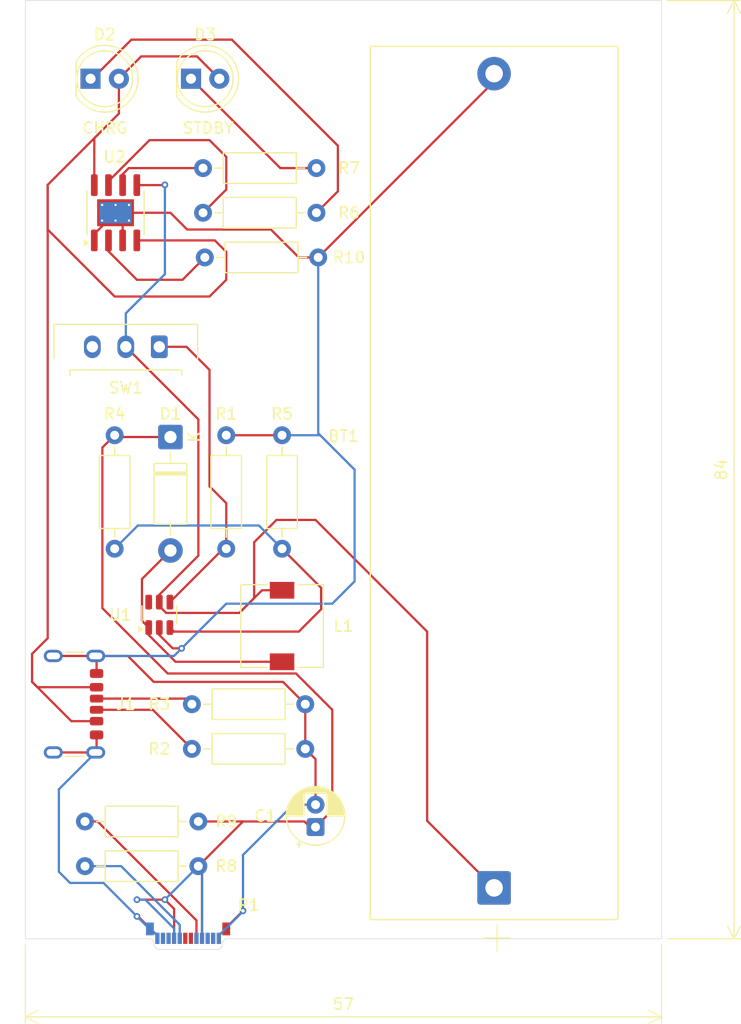
<source format=kicad_pcb>
(kicad_pcb (version 20241229) (generator "pcbnew") (generator_version "9.0")
  (layers (0 "F.Cu" signal) (2 "B.Cu" signal) (13 "F.Paste" user) (15 "B.Paste" user) (5 "F.SilkS" user "F.Silkscreen") (7 "B.SilkS" user "B.Silkscreen") (1 "F.Mask" user) (3 "B.Mask" user) (25 "Edge.Cuts" user))
  (net 0 "")
  (net 1 "Vbat")
  (net 2 "GND")
  (net 3 "+5V")
  (net 4 "Net-(D1-A)")
  (net 5 "Net-(D2-K)")
  (net 6 "Vusb")
  (net 7 "Net-(D3-K)")
  (net 8 "Net-(J1-CC2)")
  (net 9 "Net-(J1-CC1)")
  (net 10 "Net-(P1-VCONN)")
  (net 11 "Net-(P1-CC)")
  (net 24 "Net-(SW1-A)")
  (net 25 "Net-(U1-FB)")
  (net 26 "Net-(U2-~{CHRG})")
  (net 27 "Net-(U2-~{STDBY})")
  (net 28 "Net-(U2-PROG)")
  (footprint "Battery:BatteryHolder_MPD_BK-18650-PC2" (layer "F.Cu") (at 174.2 126.25 90)
    (property "Reference" "BT1" (at 40.445 -13.5 0) (layer "F.SilkS"))
    (property "Value" "3.7V")
    (fp_line (start 75.34 -11.1) (end 75.34 11.1) (stroke (width 0.12)) (layer "F.SilkS"))
    (fp_line (start -2.84 -11.1) (end 75.34 -11.1) (stroke (width 0.12)) (layer "F.SilkS"))
    (fp_line (start 75.34 11.1) (end -2.84 11.1) (stroke (width 0.12)) (layer "F.SilkS"))
    (fp_line (start -2.84 11.1) (end -2.84 -11.1) (stroke (width 0.12)) (layer "F.SilkS"))
    (fp_text user "+" (at -4.5 0.05 90) (layer "F.SilkS") (effects (font (size 3 3))))
    (pad "" np_thru_hole circle (at 8.445 0 90) (size 3.2 3.2) (drill 3.2) (layers "*.Cu" "*.Mask"))
    (pad "" np_thru_hole circle (at 64.055 0 90) (size 3.2 3.2) (drill 3.2) (layers "*.Cu" "*.Mask"))
    (pad "1" thru_hole roundrect (at 0 0 90) (size 3 3) (drill 1.57) (layers "*.Cu" "*.Mask") (roundrect_rratio 0.083333) (net 1 "Vbat"))
    (pad "2" thru_hole circle (at 72.9 0 90) (size 3 3) (drill 1.57) (layers "*.Cu" "*.Mask") (net 2 "GND"))
  )
  (footprint "Resistor_THT:R_Axial_DIN0207_L6.3mm_D2.5mm_P10.16mm_Horizontal" (layer "F.Cu") (at 147.7 124.305 180)
    (property "Reference" "R8" (at -2.5 0 0) (layer "F.SilkS"))
    (property "Value" "11k")
    (fp_line (start 9.12 0) (end 8.35 0) (stroke (width 0.12)) (layer "F.SilkS"))
    (fp_line (start 1.04 0) (end 1.81 0) (stroke (width 0.12)) (layer "F.SilkS"))
    (fp_rect (start 1.81 -1.37) (end 8.35 1.37) (stroke (width 0.12)) (fill no) (layer "F.SilkS"))
    (pad "1" thru_hole circle (at 0 0 180) (size 1.6 1.6) (drill 0.8) (layers "*.Cu" "*.Mask") (net 3 "+5V"))
    (pad "2" thru_hole circle (at 10.16 0 180) (size 1.6 1.6) (drill 0.8) (layers "*.Cu" "*.Mask") (net 10 "Net-(P1-VCONN)"))
  )
  (footprint "Inductor_SMD:L_7.3x7.3_H3.5" (layer "F.Cu") (at 155.2 102.805 -90)
    (property "Reference" "L1" (at 0 -5.5 0) (layer "F.SilkS"))
    (property "Value" "10u")
    (fp_line (start -3.7 3.7) (end -3.7 1.4) (stroke (width 0.12)) (layer "F.SilkS"))
    (fp_line (start 3.7 3.7) (end -3.7 3.7) (stroke (width 0.12)) (layer "F.SilkS"))
    (fp_line (start 3.7 1.4) (end 3.7 3.7) (stroke (width 0.12)) (layer "F.SilkS"))
    (fp_line (start -3.7 -1.4) (end -3.7 -3.7) (stroke (width 0.12)) (layer "F.SilkS"))
    (fp_line (start -3.7 -3.7) (end 3.7 -3.7) (stroke (width 0.12)) (layer "F.SilkS"))
    (fp_line (start 3.7 -3.7) (end 3.7 -1.4) (stroke (width 0.12)) (layer "F.SilkS"))
    (pad "1" smd rect (at -3.2 0 270) (size 1.5 2.2) (layers "F.Cu" "F.Mask" "F.Paste") (net 1 "Vbat"))
    (pad "2" smd rect (at 3.2 0 270) (size 1.5 2.2) (layers "F.Cu" "F.Mask" "F.Paste") (net 4 "Net-(D1-A)"))
  )
  (footprint "Resistor_THT:R_Axial_DIN0207_L6.3mm_D2.5mm_P10.16mm_Horizontal" (layer "F.Cu") (at 147.7 120.305 180)
    (property "Reference" "R9" (at -2.5 0 0) (layer "F.SilkS"))
    (property "Value" "11k")
    (fp_line (start 9.12 0) (end 8.35 0) (stroke (width 0.12)) (layer "F.SilkS"))
    (fp_line (start 1.04 0) (end 1.81 0) (stroke (width 0.12)) (layer "F.SilkS"))
    (fp_rect (start 1.81 -1.37) (end 8.35 1.37) (stroke (width 0.12)) (fill no) (layer "F.SilkS"))
    (pad "1" thru_hole circle (at 0 0 180) (size 1.6 1.6) (drill 0.8) (layers "*.Cu" "*.Mask") (net 3 "+5V"))
    (pad "2" thru_hole circle (at 10.16 0 180) (size 1.6 1.6) (drill 0.8) (layers "*.Cu" "*.Mask") (net 11 "Net-(P1-CC)"))
  )
  (footprint "LED_THT:LED_D5.0mm" (layer "F.Cu") (at 147.04 53.805)
    (property "Reference" "D3" (at 1.27 -3.96 0) (layer "F.SilkS"))
    (property "Value" "Standby")
    (fp_line (start -1.29 -1.545) (end -1.29 1.545) (stroke (width 0.12)) (layer "F.SilkS"))
    (fp_arc (start -1.29 -1.54483) (mid 2.071779 -2.880495) (end 4.26 0) (stroke (width 0.12)) (layer "F.SilkS"))
    (fp_arc (start 4.26 0) (mid 2.071779 2.880495) (end -1.29 1.54483) (stroke (width 0.12)) (layer "F.SilkS"))
    (fp_circle (center 1.27 0) (end 3.77 0) (stroke (width 0.12)) (fill no) (layer "F.SilkS"))
    (pad "1" thru_hole rect (at 0 0) (size 1.8 1.8) (drill 0.9) (layers "*.Cu" "*.Mask") (net 7 "Net-(D3-K)"))
    (pad "2" thru_hole circle (at 2.54 0) (size 1.8 1.8) (drill 0.9) (layers "*.Cu" "*.Mask") (net 6 "Vusb"))
  )
  (footprint "Resistor_THT:R_Axial_DIN0207_L6.3mm_D2.5mm_P10.16mm_Horizontal" (layer "F.Cu") (at 150.2 95.885 90)
    (property "Reference" "R1" (at 12.08 0 0) (layer "F.SilkS"))
    (property "Value" "11k")
    (fp_line (start 9.12 0) (end 8.35 0) (stroke (width 0.12)) (layer "F.SilkS"))
    (fp_line (start 1.04 0) (end 1.81 0) (stroke (width 0.12)) (layer "F.SilkS"))
    (fp_rect (start 1.81 -1.37) (end 8.35 1.37) (stroke (width 0.12)) (fill no) (layer "F.SilkS"))
    (pad "1" thru_hole circle (at 0 0 90) (size 1.6 1.6) (drill 0.8) (layers "*.Cu" "*.Mask") (net 24 "Net-(SW1-A)"))
    (pad "2" thru_hole circle (at 10.16 0 90) (size 1.6 1.6) (drill 0.8) (layers "*.Cu" "*.Mask") (net 2 "GND"))
  )
  (footprint "Resistor_THT:R_Axial_DIN0207_L6.3mm_D2.5mm_P10.16mm_Horizontal" (layer "F.Cu") (at 140.2 85.725 -90)
    (property "Reference" "R4" (at -1.92 0 0) (layer "F.SilkS"))
    (property "Value" "11k")
    (fp_line (start 1.04 0) (end 1.81 0) (stroke (width 0.12)) (layer "F.SilkS"))
    (fp_line (start 9.12 0) (end 8.35 0) (stroke (width 0.12)) (layer "F.SilkS"))
    (fp_rect (start 1.81 -1.37) (end 8.35 1.37) (stroke (width 0.12)) (fill no) (layer "F.SilkS"))
    (pad "1" thru_hole circle (at 0 0 270) (size 1.6 1.6) (drill 0.8) (layers "*.Cu" "*.Mask") (net 3 "+5V"))
    (pad "2" thru_hole circle (at 10.16 0 270) (size 1.6 1.6) (drill 0.8) (layers "*.Cu" "*.Mask") (net 25 "Net-(U1-FB)"))
  )
  (footprint "Resistor_THT:R_Axial_DIN0207_L6.3mm_D2.5mm_P10.16mm_Horizontal" (layer "F.Cu") (at 155.2 95.885 90)
    (property "Reference" "R5" (at 12.08 0 0) (layer "F.SilkS"))
    (property "Value" "1.5k")
    (fp_line (start 9.12 0) (end 8.35 0) (stroke (width 0.12)) (layer "F.SilkS"))
    (fp_line (start 1.04 0) (end 1.81 0) (stroke (width 0.12)) (layer "F.SilkS"))
    (fp_rect (start 1.81 -1.37) (end 8.35 1.37) (stroke (width 0.12)) (fill no) (layer "F.SilkS"))
    (pad "1" thru_hole circle (at 0 0 90) (size 1.6 1.6) (drill 0.8) (layers "*.Cu" "*.Mask") (net 25 "Net-(U1-FB)"))
    (pad "2" thru_hole circle (at 10.16 0 90) (size 1.6 1.6) (drill 0.8) (layers "*.Cu" "*.Mask") (net 2 "GND"))
  )
  (footprint "Connector_USB:USB_C_Receptacle_GCT_USB4125-xx-x-0190_6P_TopMnt_Horizontal" (layer "F.Cu") (at 135.5 109.805 -90)
    (property "Reference" "J1" (at 0 -5.7 0) (layer "F.SilkS"))
    (property "Value" "USB_C_Receptacle_PowerOnly_6P")
    (fp_line (start -4.67 -0.25) (end -4.67 -1.95) (stroke (width 0.12)) (layer "F.SilkS"))
    (fp_line (start 4.67 -0.25) (end 4.67 -1.95) (stroke (width 0.12)) (layer "F.SilkS"))
    (pad "A5" smd roundrect (at -0.5 -3.08 270) (size 0.7 1.2) (layers "F.Cu" "F.Mask" "F.Paste") (net 9 "Net-(J1-CC1)"))
    (pad "A9" smd roundrect (at 1.52 -3.08 90) (size 0.76 1.2) (layers "F.Cu" "F.Mask" "F.Paste") (net 6 "Vusb"))
    (pad "A12" smd roundrect (at 2.75 -3.08 90) (size 0.8 1.2) (layers "F.Cu" "F.Mask" "F.Paste") (net 2 "GND"))
    (pad "B5" smd roundrect (at 0.5 -3.08 90) (size 0.7 1.2) (layers "F.Cu" "F.Mask" "F.Paste") (net 8 "Net-(J1-CC2)"))
    (pad "B9" smd roundrect (at -1.52 -3.08 270) (size 0.76 1.2) (layers "F.Cu" "F.Mask" "F.Paste") (net 6 "Vusb"))
    (pad "B12" smd roundrect (at -2.75 -3.08 270) (size 0.8 1.2) (layers "F.Cu" "F.Mask" "F.Paste") (net 2 "GND"))
    (pad "S1" thru_hole oval (at -4.32 -3 270) (size 1.1 1.7) (drill oval 0.6 1.2) (property pad_prop_heatsink) (layers "*.Cu" "*.Mask" "F.Paste") (net 2 "GND"))
    (pad "S1" thru_hole oval (at -4.32 0.8 270) (size 1.1 1.7) (drill oval 0.6 1.2) (property pad_prop_heatsink) (layers "*.Cu" "*.Mask" "F.Paste") (net 2 "GND"))
    (pad "S1" thru_hole oval (at 4.32 -3 270) (size 1.1 1.7) (drill oval 0.6 1.2) (property pad_prop_heatsink) (layers "*.Cu" "*.Mask" "F.Paste") (net 2 "GND"))
    (pad "S1" thru_hole oval (at 4.32 0.8 270) (size 1.1 1.7) (drill oval 0.6 1.2) (property pad_prop_heatsink) (layers "*.Cu" "*.Mask" "F.Paste") (net 2 "GND"))
  )
  (footprint "Connector_Molex:Molex_Micro-Fit_3.0_43650-0315_1x03_P3.00mm_Vertical" (layer "F.Cu") (at 144.2 77.805 180)
    (property "Reference" "SW1" (at 3 -3.67 0) (layer "F.SilkS"))
    (property "Value" "SW_SPDT")
    (fp_line (start 9.435 2.01) (end 9.435 -1.065) (stroke (width 0.12)) (layer "F.SilkS"))
    (fp_line (start 8.015 -2.08) (end 8.015 -2.58) (stroke (width 0.12)) (layer "F.SilkS"))
    (fp_line (start 8.015 -2.58) (end 7.995 -2.58) (stroke (width 0.12)) (layer "F.SilkS"))
    (fp_line (start -1.995 -2.58) (end -2.015 -2.58) (stroke (width 0.12)) (layer "F.SilkS"))
    (fp_line (start -2.015 -2.08) (end 8.015 -2.08) (stroke (width 0.12)) (layer "F.SilkS"))
    (fp_line (start -2.015 -2.58) (end -2.015 -2.08) (stroke (width 0.12)) (layer "F.SilkS"))
    (fp_line (start -3.435 2.01) (end 9.435 2.01) (stroke (width 0.12)) (layer "F.SilkS"))
    (fp_line (start -3.435 -1.065) (end -3.435 2.01) (stroke (width 0.12)) (layer "F.SilkS"))
    (pad "" np_thru_hole circle (at -3 -1.96 180) (size 1.27 1.27) (drill 1.27) (layers "*.Cu" "*.Mask"))
    (pad "" np_thru_hole circle (at 9 -1.96 180) (size 1.27 1.27) (drill 1.27) (layers "*.Cu" "*.Mask"))
    (pad "1" thru_hole roundrect (at 0 0 180) (size 1.5 2.02) (drill 1.02) (layers "*.Cu" "*.Mask") (roundrect_rratio 0.166667) (net 24 "Net-(SW1-A)"))
    (pad "2" thru_hole oval (at 3 0 180) (size 1.5 2.02) (drill 1.02) (layers "*.Cu" "*.Mask") (net 1 "Vbat"))
    (pad "3" thru_hole oval (at 6 0 180) (size 1.5 2.02) (drill 1.02) (layers "*.Cu" "*.Mask"))
  )
  (footprint "Package_SO:SOIC-8-1EP_3.9x4.9mm_P1.27mm_EP2.41x3.3mm_ThermalVias" (layer "F.Cu") (at 140.28 65.805 90)
    (property "Reference" "U2" (at 5 -0.08 0) (layer "F.SilkS"))
    (property "Value" "TP4056-42-ESOP8")
    (fp_line (start 0 -2.56) (end 1.95 -2.56) (stroke (width 0.12)) (layer "F.SilkS"))
    (fp_line (start 0 -2.56) (end -1.95 -2.56) (stroke (width 0.12)) (layer "F.SilkS"))
    (fp_line (start 0 2.56) (end 1.95 2.56) (stroke (width 0.12)) (layer "F.SilkS"))
    (fp_line (start 0 2.56) (end -1.95 2.56) (stroke (width 0.12)) (layer "F.SilkS"))
    (fp_poly (pts (xy -2.7 -2.465) (xy -2.94 -2.795) (xy -2.46 -2.795)) (stroke (width 0.12)) (fill yes) (layer "F.SilkS"))
    (pad "1" smd roundrect (at -2.475 -1.905 90) (size 1.95 0.6) (layers "F.Cu" "F.Mask" "F.Paste") (net 2 "GND"))
    (pad "2" smd roundrect (at -2.475 -0.635 90) (size 1.95 0.6) (layers "F.Cu" "F.Mask" "F.Paste") (net 28 "Net-(U2-PROG)"))
    (pad "3" smd roundrect (at -2.475 0.635 90) (size 1.95 0.6) (layers "F.Cu" "F.Mask" "F.Paste") (net 2 "GND"))
    (pad "4" smd roundrect (at -2.475 1.905 90) (size 1.95 0.6) (layers "F.Cu" "F.Mask" "F.Paste") (net 6 "Vusb"))
    (pad "5" smd roundrect (at 2.475 1.905 90) (size 1.95 0.6) (layers "F.Cu" "F.Mask" "F.Paste") (net 1 "Vbat"))
    (pad "6" smd roundrect (at 2.475 0.635 90) (size 1.95 0.6) (layers "F.Cu" "F.Mask" "F.Paste") (net 27 "Net-(U2-~{STDBY})"))
    (pad "7" smd roundrect (at 2.475 -0.635 90) (size 1.95 0.6) (layers "F.Cu" "F.Mask" "F.Paste") (net 26 "Net-(U2-~{CHRG})"))
    (pad "8" smd roundrect (at 2.475 -1.905 90) (size 1.95 0.6) (layers "F.Cu" "F.Mask" "F.Paste") (net 6 "Vusb"))
    (pad "9" thru_hole circle (at -0.7 -1.2 90) (size 0.5 0.5) (drill 0.2) (property pad_prop_heatsink) (layers "*.Cu") (net 2 "GND"))
    (pad "9" thru_hole circle (at -0.7 0 90) (size 0.5 0.5) (drill 0.2) (property pad_prop_heatsink) (layers "*.Cu") (net 2 "GND"))
    (pad "9" thru_hole circle (at -0.7 1.2 90) (size 0.5 0.5) (drill 0.2) (property pad_prop_heatsink) (layers "*.Cu") (net 2 "GND"))
    (pad "9" smd rect (at 0 0 90) (size 1.9 2.9) (property pad_prop_heatsink) (layers "B.Cu") (net 2 "GND"))
    (pad "9" smd rect (at 0 0 90) (size 2.41 3.3) (property pad_prop_heatsink) (layers "F.Cu" "F.Mask") (net 2 "GND"))
    (pad "9" thru_hole circle (at 0.7 -1.2 90) (size 0.5 0.5) (drill 0.2) (property pad_prop_heatsink) (layers "*.Cu") (net 2 "GND"))
    (pad "9" thru_hole circle (at 0.7 0 90) (size 0.5 0.5) (drill 0.2) (property pad_prop_heatsink) (layers "*.Cu") (net 2 "GND"))
    (pad "9" thru_hole circle (at 0.7 1.2 90) (size 0.5 0.5) (drill 0.2) (property pad_prop_heatsink) (layers "*.Cu") (net 2 "GND"))
  )
  (footprint "Diode_THT:D_DO-41_SOD81_P10.16mm_Horizontal" (layer "F.Cu") (at 145.2 85.885 -90)
    (property "Reference" "D1" (at -2.08 0 0) (layer "F.SilkS"))
    (property "Value" "1N5819")
    (fp_line (start 1.34 0) (end 2.36 0) (stroke (width 0.12)) (layer "F.SilkS"))
    (fp_line (start 8.82 0) (end 7.8 0) (stroke (width 0.12)) (layer "F.SilkS"))
    (fp_line (start 3.14 -1.47) (end 3.14 1.47) (stroke (width 0.12)) (layer "F.SilkS"))
    (fp_line (start 3.26 -1.47) (end 3.26 1.47) (stroke (width 0.12)) (layer "F.SilkS"))
    (fp_line (start 3.38 -1.47) (end 3.38 1.47) (stroke (width 0.12)) (layer "F.SilkS"))
    (fp_rect (start 2.36 -1.47) (end 7.8 1.47) (stroke (width 0.12)) (fill no) (layer "F.SilkS"))
    (fp_text user "K" (at 0 -2.1 90) (layer "F.SilkS"))
    (pad "1" thru_hole roundrect (at 0 0 270) (size 2.2 2.2) (drill 1.1) (layers "*.Cu" "*.Mask") (roundrect_rratio 0.113636) (net 3 "+5V"))
    (pad "2" thru_hole circle (at 10.16 0 270) (size 2.2 2.2) (drill 1.1) (layers "*.Cu" "*.Mask") (net 4 "Net-(D1-A)"))
  )
  (footprint "Package_TO_SOT_SMD:SOT-23-6" (layer "F.Cu") (at 144.2 101.805 90)
    (property "Reference" "U1" (at 0 -3.5 0) (layer "F.SilkS"))
    (property "Value" "EA2208T6R")
    (fp_line (start 0 -1.56) (end 0.8 -1.56) (stroke (width 0.12)) (layer "F.SilkS"))
    (fp_line (start 0 -1.56) (end -0.8 -1.56) (stroke (width 0.12)) (layer "F.SilkS"))
    (fp_line (start 0 1.56) (end 0.8 1.56) (stroke (width 0.12)) (layer "F.SilkS"))
    (fp_line (start 0 1.56) (end -0.8 1.56) (stroke (width 0.12)) (layer "F.SilkS"))
    (fp_poly (pts (xy -1.3 -1.51) (xy -1.54 -1.84) (xy -1.06 -1.84)) (stroke (width 0.12)) (fill yes) (layer "F.SilkS"))
    (pad "1" smd roundrect (at -1.1375 -0.95 90) (size 1.325 0.6) (layers "F.Cu" "F.Mask" "F.Paste") (net 4 "Net-(D1-A)"))
    (pad "2" smd roundrect (at -1.1375 0 90) (size 1.325 0.6) (layers "F.Cu" "F.Mask" "F.Paste") (net 2 "GND"))
    (pad "3" smd roundrect (at -1.1375 0.95 90) (size 1.325 0.6) (layers "F.Cu" "F.Mask" "F.Paste") (net 25 "Net-(U1-FB)"))
    (pad "4" smd roundrect (at 1.1375 0.95 90) (size 1.325 0.6) (layers "F.Cu" "F.Mask" "F.Paste") (net 24 "Net-(SW1-A)"))
    (pad "5" smd roundrect (at 1.1375 0 90) (size 1.325 0.6) (layers "F.Cu" "F.Mask" "F.Paste") (net 1 "Vbat"))
    (pad "6" smd roundrect (at 1.1375 -0.95 90) (size 1.325 0.6) (layers "F.Cu" "F.Mask" "F.Paste"))
  )
  (footprint "Resistor_THT:R_Axial_DIN0207_L6.3mm_D2.5mm_P10.16mm_Horizontal" (layer "F.Cu") (at 148.28 69.805)
    (property "Reference" "R10" (at 12.92 0 0) (layer "F.SilkS"))
    (property "Value" "1.5k")
    (fp_line (start 1.04 0) (end 1.81 0) (stroke (width 0.12)) (layer "F.SilkS"))
    (fp_line (start 9.12 0) (end 8.35 0) (stroke (width 0.12)) (layer "F.SilkS"))
    (fp_rect (start 1.81 -1.37) (end 8.35 1.37) (stroke (width 0.12)) (fill no) (layer "F.SilkS"))
    (pad "1" thru_hole circle (at 0 0) (size 1.6 1.6) (drill 0.8) (layers "*.Cu" "*.Mask") (net 28 "Net-(U2-PROG)"))
    (pad "2" thru_hole circle (at 10.16 0) (size 1.6 1.6) (drill 0.8) (layers "*.Cu" "*.Mask") (net 2 "GND"))
  )
  (footprint "Resistor_THT:R_Axial_DIN0207_L6.3mm_D2.5mm_P10.16mm_Horizontal" (layer "F.Cu") (at 147.12 113.805)
    (property "Reference" "R2" (at -2.92 0 0) (layer "F.SilkS"))
    (property "Value" "5.1k")
    (fp_line (start 1.04 0) (end 1.81 0) (stroke (width 0.12)) (layer "F.SilkS"))
    (fp_line (start 9.12 0) (end 8.35 0) (stroke (width 0.12)) (layer "F.SilkS"))
    (fp_rect (start 1.81 -1.37) (end 8.35 1.37) (stroke (width 0.12)) (fill no) (layer "F.SilkS"))
    (pad "1" thru_hole circle (at 0 0) (size 1.6 1.6) (drill 0.8) (layers "*.Cu" "*.Mask") (net 8 "Net-(J1-CC2)"))
    (pad "2" thru_hole circle (at 10.16 0) (size 1.6 1.6) (drill 0.8) (layers "*.Cu" "*.Mask") (net 2 "GND"))
  )
  (footprint "LED_THT:LED_D5.0mm" (layer "F.Cu") (at 138.04 53.805)
    (property "Reference" "D2" (at 1.27 -3.96 0) (layer "F.SilkS"))
    (property "Value" "Charge")
    (fp_line (start -1.29 -1.545) (end -1.29 1.545) (stroke (width 0.12)) (layer "F.SilkS"))
    (fp_arc (start -1.29 -1.54483) (mid 2.071779 -2.880495) (end 4.26 0) (stroke (width 0.12)) (layer "F.SilkS"))
    (fp_arc (start 4.26 0) (mid 2.071779 2.880495) (end -1.29 1.54483) (stroke (width 0.12)) (layer "F.SilkS"))
    (fp_circle (center 1.27 0) (end 3.77 0) (stroke (width 0.12)) (fill no) (layer "F.SilkS"))
    (pad "1" thru_hole rect (at 0 0) (size 1.8 1.8) (drill 0.9) (layers "*.Cu" "*.Mask") (net 5 "Net-(D2-K)"))
    (pad "2" thru_hole circle (at 2.54 0) (size 1.8 1.8) (drill 0.9) (layers "*.Cu" "*.Mask") (net 6 "Vusb"))
  )
  (footprint "Resistor_THT:R_Axial_DIN0207_L6.3mm_D2.5mm_P10.16mm_Horizontal" (layer "F.Cu") (at 148.12 61.805)
    (property "Reference" "R7" (at 13.08 0 0) (layer "F.SilkS"))
    (property "Value" "1.5k")
    (fp_line (start 1.04 0) (end 1.81 0) (stroke (width 0.12)) (layer "F.SilkS"))
    (fp_line (start 9.12 0) (end 8.35 0) (stroke (width 0.12)) (layer "F.SilkS"))
    (fp_rect (start 1.81 -1.37) (end 8.35 1.37) (stroke (width 0.12)) (fill no) (layer "F.SilkS"))
    (pad "1" thru_hole circle (at 0 0) (size 1.6 1.6) (drill 0.8) (layers "*.Cu" "*.Mask") (net 27 "Net-(U2-~{STDBY})"))
    (pad "2" thru_hole circle (at 10.16 0) (size 1.6 1.6) (drill 0.8) (layers "*.Cu" "*.Mask") (net 7 "Net-(D3-K)"))
  )
  (footprint "Resistor_THT:R_Axial_DIN0207_L6.3mm_D2.5mm_P10.16mm_Horizontal" (layer "F.Cu") (at 147.12 109.805)
    (property "Reference" "R3" (at -2.92 0 0) (layer "F.SilkS"))
    (property "Value" "5.1k")
    (fp_line (start 1.04 0) (end 1.81 0) (stroke (width 0.12)) (layer "F.SilkS"))
    (fp_line (start 9.12 0) (end 8.35 0) (stroke (width 0.12)) (layer "F.SilkS"))
    (fp_rect (start 1.81 -1.37) (end 8.35 1.37) (stroke (width 0.12)) (fill no) (layer "F.SilkS"))
    (pad "1" thru_hole circle (at 0 0) (size 1.6 1.6) (drill 0.8) (layers "*.Cu" "*.Mask") (net 9 "Net-(J1-CC1)"))
    (pad "2" thru_hole circle (at 10.16 0) (size 1.6 1.6) (drill 0.8) (layers "*.Cu" "*.Mask") (net 2 "GND"))
  )
  (footprint "Resistor_THT:R_Axial_DIN0207_L6.3mm_D2.5mm_P10.16mm_Horizontal" (layer "F.Cu") (at 148.12 65.805)
    (property "Reference" "R6" (at 13.08 0 0) (layer "F.SilkS"))
    (property "Value" "1.5k")
    (fp_line (start 1.04 0) (end 1.81 0) (stroke (width 0.12)) (layer "F.SilkS"))
    (fp_line (start 9.12 0) (end 8.35 0) (stroke (width 0.12)) (layer "F.SilkS"))
    (fp_rect (start 1.81 -1.37) (end 8.35 1.37) (stroke (width 0.12)) (fill no) (layer "F.SilkS"))
    (pad "1" thru_hole circle (at 0 0) (size 1.6 1.6) (drill 0.8) (layers "*.Cu" "*.Mask") (net 26 "Net-(U2-~{CHRG})"))
    (pad "2" thru_hole circle (at 10.16 0) (size 1.6 1.6) (drill 0.8) (layers "*.Cu" "*.Mask") (net 5 "Net-(D2-K)"))
  )
  (footprint "Connector_USB:USB_C_Plug_Molex_105444" (layer "F.Cu") (at 146.78 130.805 180)
    (property "Reference" "P1" (at -5.42 3 0) (layer "F.SilkS"))
    (property "Value" "USB_C_Plug")
    (pad "A1" smd rect (at -2.75 0.04 180) (size 0.38 1) (layers "F.Cu" "F.Mask" "F.Paste") (net 2 "GND"))
    (pad "A2" smd rect (at -2.25 0.04 180) (size 0.38 1) (layers "F.Cu" "F.Mask" "F.Paste"))
    (pad "A3" smd rect (at -1.75 0.04 180) (size 0.38 1) (layers "F.Cu" "F.Mask" "F.Paste"))
    (pad "A4" smd rect (at -1.25 0.04 180) (size 0.38 1) (layers "F.Cu" "F.Mask" "F.Paste") (net 3 "+5V"))
    (pad "A5" smd rect (at -0.75 0.04 180) (size 0.38 1) (layers "F.Cu" "F.Mask" "F.Paste") (net 11 "Net-(P1-CC)"))
    (pad "A6" smd rect (at -0.25 0.04 180) (size 0.38 1) (layers "F.Cu" "F.Mask" "F.Paste"))
    (pad "A7" smd rect (at 0.25 0.04 180) (size 0.38 1) (layers "F.Cu" "F.Mask" "F.Paste"))
    (pad "A8" smd rect (at 0.75 0.04 180) (size 0.38 1) (layers "F.Cu" "F.Mask" "F.Paste"))
    (pad "A9" smd rect (at 1.25 0.04 180) (size 0.38 1) (layers "F.Cu" "F.Mask" "F.Paste") (net 3 "+5V"))
    (pad "A10" smd rect (at 1.75 0.04 180) (size 0.38 1) (layers "F.Cu" "F.Mask" "F.Paste"))
    (pad "A11" smd rect (at 2.25 0.04 180) (size 0.38 1) (layers "F.Cu" "F.Mask" "F.Paste"))
    (pad "A12" smd rect (at 2.75 0.04 180) (size 0.38 1) (layers "F.Cu" "F.Mask" "F.Paste") (net 2 "GND"))
    (pad "B1" smd rect (at 2.75 0.04 180) (size 0.38 1) (layers "B.Cu" "B.Mask" "B.Paste") (net 2 "GND"))
    (pad "B2" smd rect (at 2.25 0.04 180) (size 0.38 1) (layers "B.Cu" "B.Mask" "B.Paste"))
    (pad "B3" smd rect (at 1.75 0.04 180) (size 0.38 1) (layers "B.Cu" "B.Mask" "B.Paste"))
    (pad "B4" smd rect (at 1.25 0.04 180) (size 0.38 1) (layers "B.Cu" "B.Mask" "B.Paste") (net 3 "+5V"))
    (pad "B5" smd rect (at 0.75 0.04 180) (size 0.38 1) (layers "B.Cu" "B.Mask" "B.Paste") (net 10 "Net-(P1-VCONN)"))
    (pad "B8" smd rect (at -0.75 0.04 180) (size 0.38 1) (layers "B.Cu" "B.Mask" "B.Paste"))
    (pad "B9" smd rect (at -1.25 0.04 180) (size 0.38 1) (layers "B.Cu" "B.Mask" "B.Paste") (net 3 "+5V"))
    (pad "B10" smd rect (at -1.75 0.04 180) (size 0.38 1) (layers "B.Cu" "B.Mask" "B.Paste"))
    (pad "B11" smd rect (at -2.25 0.04 180) (size 0.38 1) (layers "B.Cu" "B.Mask" "B.Paste"))
    (pad "B12" smd rect (at -2.75 0.04 180) (size 0.38 1) (layers "B.Cu" "B.Mask" "B.Paste") (net 2 "GND"))
    (pad "S1" smd rect (at -3.42 0.88 180) (size 0.7 1.15) (layers "F.Cu" "F.Mask" "F.Paste") (net 2 "GND"))
    (pad "S1" smd rect (at 3.42 0.88 180) (size 0.7 1.15) (layers "B.Cu" "B.Mask" "B.Paste") (net 2 "GND"))
  )
  (footprint "Capacitor_THT:CP_Radial_D5.0mm_P2.00mm" (layer "F.Cu") (at 158.2 120.805 90)
    (property "Reference" "C1" (at 1 -4.5 0) (layer "F.SilkS"))
    (property "Value" "100u")
    (fp_line (start 1.04 -2.58) (end 1.04 -1.04) (stroke (width 0.12)) (layer "F.SilkS"))
    (fp_line (start 1 -2.58) (end 1 -1.04) (stroke (width 0.12)) (layer "F.SilkS"))
    (fp_line (start 1.08 -2.579) (end 1.08 -1.04) (stroke (width 0.12)) (layer "F.SilkS"))
    (fp_line (start 1.12 -2.577) (end 1.12 -1.04) (stroke (width 0.12)) (layer "F.SilkS"))
    (fp_line (start 1.16 -2.575) (end 1.16 -1.04) (stroke (width 0.12)) (layer "F.SilkS"))
    (fp_line (start 1.2 -2.572) (end 1.2 -1.04) (stroke (width 0.12)) (layer "F.SilkS"))
    (fp_line (start 1.24 -2.569) (end 1.24 -1.04) (stroke (width 0.12)) (layer "F.SilkS"))
    (fp_line (start 1.28 -2.565) (end 1.28 -1.04) (stroke (width 0.12)) (layer "F.SilkS"))
    (fp_line (start 1.32 -2.56) (end 1.32 -1.04) (stroke (width 0.12)) (layer "F.SilkS"))
    (fp_line (start 1.36 -2.555) (end 1.36 -1.04) (stroke (width 0.12)) (layer "F.SilkS"))
    (fp_line (start 1.4 -2.549) (end 1.4 -1.04) (stroke (width 0.12)) (layer "F.SilkS"))
    (fp_line (start 1.44 -2.543) (end 1.44 -1.04) (stroke (width 0.12)) (layer "F.SilkS"))
    (fp_line (start 1.48 -2.536) (end 1.48 -1.04) (stroke (width 0.12)) (layer "F.SilkS"))
    (fp_line (start 1.52 -2.528) (end 1.52 -1.04) (stroke (width 0.12)) (layer "F.SilkS"))
    (fp_line (start 1.56 -2.519) (end 1.56 -1.04) (stroke (width 0.12)) (layer "F.SilkS"))
    (fp_line (start 1.6 -2.51) (end 1.6 -1.04) (stroke (width 0.12)) (layer "F.SilkS"))
    (fp_line (start 1.64 -2.501) (end 1.64 -1.04) (stroke (width 0.12)) (layer "F.SilkS"))
    (fp_line (start 1.68 -2.49) (end 1.68 -1.04) (stroke (width 0.12)) (layer "F.SilkS"))
    (fp_line (start 1.72 -2.479) (end 1.72 -1.04) (stroke (width 0.12)) (layer "F.SilkS"))
    (fp_line (start 1.76 -2.467) (end 1.76 -1.04) (stroke (width 0.12)) (layer "F.SilkS"))
    (fp_line (start 1.8 -2.455) (end 1.8 -1.04) (stroke (width 0.12)) (layer "F.SilkS"))
    (fp_line (start 1.84 -2.442) (end 1.84 -1.04) (stroke (width 0.12)) (layer "F.SilkS"))
    (fp_line (start 1.88 -2.428) (end 1.88 -1.04) (stroke (width 0.12)) (layer "F.SilkS"))
    (fp_line (start 1.92 -2.413) (end 1.92 -1.04) (stroke (width 0.12)) (layer "F.SilkS"))
    (fp_line (start 1.96 -2.398) (end 1.96 -1.04) (stroke (width 0.12)) (layer "F.SilkS"))
    (fp_line (start 2 -2.382) (end 2 -1.04) (stroke (width 0.12)) (layer "F.SilkS"))
    (fp_line (start 2.04 -2.365) (end 2.04 -1.04) (stroke (width 0.12)) (layer "F.SilkS"))
    (fp_line (start 2.08 -2.347) (end 2.08 -1.04) (stroke (width 0.12)) (layer "F.SilkS"))
    (fp_line (start 2.12 -2.329) (end 2.12 -1.04) (stroke (width 0.12)) (layer "F.SilkS"))
    (fp_line (start 2.16 -2.309) (end 2.16 -1.04) (stroke (width 0.12)) (layer "F.SilkS"))
    (fp_line (start 2.2 -2.289) (end 2.2 -1.04) (stroke (width 0.12)) (layer "F.SilkS"))
    (fp_line (start 2.24 -2.268) (end 2.24 -1.04) (stroke (width 0.12)) (layer "F.SilkS"))
    (fp_line (start 2.28 -2.246) (end 2.28 -1.04) (stroke (width 0.12)) (layer "F.SilkS"))
    (fp_line (start 2.32 -2.223) (end 2.32 -1.04) (stroke (width 0.12)) (layer "F.SilkS"))
    (fp_line (start 2.36 -2.199) (end 2.36 -1.04) (stroke (width 0.12)) (layer "F.SilkS"))
    (fp_line (start 2.4 -2.175) (end 2.4 -1.04) (stroke (width 0.12)) (layer "F.SilkS"))
    (fp_line (start 2.44 -2.149) (end 2.44 -1.04) (stroke (width 0.12)) (layer "F.SilkS"))
    (fp_line (start 2.48 -2.122) (end 2.48 -1.04) (stroke (width 0.12)) (layer "F.SilkS"))
    (fp_line (start 2.52 -2.094) (end 2.52 -1.04) (stroke (width 0.12)) (layer "F.SilkS"))
    (fp_line (start 2.56 -2.065) (end 2.56 -1.04) (stroke (width 0.12)) (layer "F.SilkS"))
    (fp_line (start 2.6 -2.035) (end 2.6 -1.04) (stroke (width 0.12)) (layer "F.SilkS"))
    (fp_line (start 2.64 -2.003) (end 2.64 -1.04) (stroke (width 0.12)) (layer "F.SilkS"))
    (fp_line (start 2.68 -1.97) (end 2.68 -1.04) (stroke (width 0.12)) (layer "F.SilkS"))
    (fp_line (start 2.72 -1.936) (end 2.72 -1.04) (stroke (width 0.12)) (layer "F.SilkS"))
    (fp_line (start 2.76 -1.901) (end 2.76 -1.04) (stroke (width 0.12)) (layer "F.SilkS"))
    (fp_line (start 2.8 -1.864) (end 2.8 -1.04) (stroke (width 0.12)) (layer "F.SilkS"))
    (fp_line (start 2.84 -1.825) (end 2.84 -1.04) (stroke (width 0.12)) (layer "F.SilkS"))
    (fp_line (start 2.88 -1.785) (end 2.88 -1.04) (stroke (width 0.12)) (layer "F.SilkS"))
    (fp_line (start 2.92 -1.743) (end 2.92 -1.04) (stroke (width 0.12)) (layer "F.SilkS"))
    (fp_line (start -1.554775 -1.725) (end -1.554775 -1.225) (stroke (width 0.12)) (layer "F.SilkS"))
    (fp_line (start 2.96 -1.699) (end 2.96 -1.04) (stroke (width 0.12)) (layer "F.SilkS"))
    (fp_line (start 3 -1.652) (end 3 -1.04) (stroke (width 0.12)) (layer "F.SilkS"))
    (fp_line (start 3.04 -1.604) (end 3.04 1.604) (stroke (width 0.12)) (layer "F.SilkS"))
    (fp_line (start 3.08 -1.553) (end 3.08 1.553) (stroke (width 0.12)) (layer "F.SilkS"))
    (fp_line (start 3.12 -1.499) (end 3.12 1.499) (stroke (width 0.12)) (layer "F.SilkS"))
    (fp_line (start -1.804775 -1.475) (end -1.304775 -1.475) (stroke (width 0.12)) (layer "F.SilkS"))
    (fp_line (start 3.16 -1.443) (end 3.16 1.443) (stroke (width 0.12)) (layer "F.SilkS"))
    (fp_line (start 3.2 -1.383) (end 3.2 1.383) (stroke (width 0.12)) (layer "F.SilkS"))
    (fp_line (start 3.24 -1.319) (end 3.24 1.319) (stroke (width 0.12)) (layer "F.SilkS"))
    (fp_line (start 3.28 -1.251) (end 3.28 1.251) (stroke (width 0.12)) (layer "F.SilkS"))
    (fp_line (start 3.32 -1.177) (end 3.32 1.177) (stroke (width 0.12)) (layer "F.SilkS"))
    (fp_line (start 3.36 -1.098) (end 3.36 1.098) (stroke (width 0.12)) (layer "F.SilkS"))
    (fp_line (start 3.4 -1.011) (end 3.4 1.011) (stroke (width 0.12)) (layer "F.SilkS"))
    (fp_line (start 3.44 -0.914) (end 3.44 0.914) (stroke (width 0.12)) (layer "F.SilkS"))
    (fp_line (start 3.48 -0.805) (end 3.48 0.805) (stroke (width 0.12)) (layer "F.SilkS"))
    (fp_line (start 3.52 -0.677) (end 3.52 0.677) (stroke (width 0.12)) (layer "F.SilkS"))
    (fp_line (start 3.56 -0.517) (end 3.56 0.517) (stroke (width 0.12)) (layer "F.SilkS"))
    (fp_line (start 3.6 -0.283) (end 3.6 0.283) (stroke (width 0.12)) (layer "F.SilkS"))
    (fp_line (start 3 1.04) (end 3 1.652) (stroke (width 0.12)) (layer "F.SilkS"))
    (fp_line (start 2.96 1.04) (end 2.96 1.699) (stroke (width 0.12)) (layer "F.SilkS"))
    (fp_line (start 2.92 1.04) (end 2.92 1.743) (stroke (width 0.12)) (layer "F.SilkS"))
    (fp_line (start 2.88 1.04) (end 2.88 1.785) (stroke (width 0.12)) (layer "F.SilkS"))
    (fp_line (start 2.84 1.04) (end 2.84 1.825) (stroke (width 0.12)) (layer "F.SilkS"))
    (fp_line (start 2.8 1.04) (end 2.8 1.864) (stroke (width 0.12)) (layer "F.SilkS"))
    (fp_line (start 2.76 1.04) (end 2.76 1.901) (stroke (width 0.12)) (layer "F.SilkS"))
    (fp_line (start 2.72 1.04) (end 2.72 1.936) (stroke (width 0.12)) (layer "F.SilkS"))
    (fp_line (start 2.68 1.04) (end 2.68 1.97) (stroke (width 0.12)) (layer "F.SilkS"))
    (fp_line (start 2.64 1.04) (end 2.64 2.003) (stroke (width 0.12)) (layer "F.SilkS"))
    (fp_line (start 2.6 1.04) (end 2.6 2.035) (stroke (width 0.12)) (layer "F.SilkS"))
    (fp_line (start 2.56 1.04) (end 2.56 2.065) (stroke (width 0.12)) (layer "F.SilkS"))
    (fp_line (start 2.52 1.04) (end 2.52 2.094) (stroke (width 0.12)) (layer "F.SilkS"))
    (fp_line (start 2.48 1.04) (end 2.48 2.122) (stroke (width 0.12)) (layer "F.SilkS"))
    (fp_line (start 2.44 1.04) (end 2.44 2.149) (stroke (width 0.12)) (layer "F.SilkS"))
    (fp_line (start 2.4 1.04) (end 2.4 2.175) (stroke (width 0.12)) (layer "F.SilkS"))
    (fp_line (start 2.36 1.04) (end 2.36 2.199) (stroke (width 0.12)) (layer "F.SilkS"))
    (fp_line (start 2.32 1.04) (end 2.32 2.223) (stroke (width 0.12)) (layer "F.SilkS"))
    (fp_line (start 2.28 1.04) (end 2.28 2.246) (stroke (width 0.12)) (layer "F.SilkS"))
    (fp_line (start 2.24 1.04) (end 2.24 2.268) (stroke (width 0.12)) (layer "F.SilkS"))
    (fp_line (start 2.2 1.04) (end 2.2 2.289) (stroke (width 0.12)) (layer "F.SilkS"))
    (fp_line (start 2.16 1.04) (end 2.16 2.309) (stroke (width 0.12)) (layer "F.SilkS"))
    (fp_line (start 2.12 1.04) (end 2.12 2.329) (stroke (width 0.12)) (layer "F.SilkS"))
    (fp_line (start 2.08 1.04) (end 2.08 2.347) (stroke (width 0.12)) (layer "F.SilkS"))
    (fp_line (start 2.04 1.04) (end 2.04 2.365) (stroke (width 0.12)) (layer "F.SilkS"))
    (fp_line (start 2 1.04) (end 2 2.382) (stroke (width 0.12)) (layer "F.SilkS"))
    (fp_line (start 1.96 1.04) (end 1.96 2.398) (stroke (width 0.12)) (layer "F.SilkS"))
    (fp_line (start 1.92 1.04) (end 1.92 2.413) (stroke (width 0.12)) (layer "F.SilkS"))
    (fp_line (start 1.88 1.04) (end 1.88 2.428) (stroke (width 0.12)) (layer "F.SilkS"))
    (fp_line (start 1.84 1.04) (end 1.84 2.442) (stroke (width 0.12)) (layer "F.SilkS"))
    (fp_line (start 1.8 1.04) (end 1.8 2.455) (stroke (width 0.12)) (layer "F.SilkS"))
    (fp_line (start 1.76 1.04) (end 1.76 2.467) (stroke (width 0.12)) (layer "F.SilkS"))
    (fp_line (start 1.72 1.04) (end 1.72 2.479) (stroke (width 0.12)) (layer "F.SilkS"))
    (fp_line (start 1.68 1.04) (end 1.68 2.49) (stroke (width 0.12)) (layer "F.SilkS"))
    (fp_line (start 1.64 1.04) (end 1.64 2.501) (stroke (width 0.12)) (layer "F.SilkS"))
    (fp_line (start 1.6 1.04) (end 1.6 2.51) (stroke (width 0.12)) (layer "F.SilkS"))
    (fp_line (start 1.56 1.04) (end 1.56 2.519) (stroke (width 0.12)) (layer "F.SilkS"))
    (fp_line (start 1.52 1.04) (end 1.52 2.528) (stroke (width 0.12)) (layer "F.SilkS"))
    (fp_line (start 1.48 1.04) (end 1.48 2.536) (stroke (width 0.12)) (layer "F.SilkS"))
    (fp_line (start 1.44 1.04) (end 1.44 2.543) (stroke (width 0.12)) (layer "F.SilkS"))
    (fp_line (start 1.4 1.04) (end 1.4 2.549) (stroke (width 0.12)) (layer "F.SilkS"))
    (fp_line (start 1.36 1.04) (end 1.36 2.555) (stroke (width 0.12)) (layer "F.SilkS"))
    (fp_line (start 1.32 1.04) (end 1.32 2.56) (stroke (width 0.12)) (layer "F.SilkS"))
    (fp_line (start 1.28 1.04) (end 1.28 2.565) (stroke (width 0.12)) (layer "F.SilkS"))
    (fp_line (start 1.24 1.04) (end 1.24 2.569) (stroke (width 0.12)) (layer "F.SilkS"))
    (fp_line (start 1.2 1.04) (end 1.2 2.572) (stroke (width 0.12)) (layer "F.SilkS"))
    (fp_line (start 1.16 1.04) (end 1.16 2.575) (stroke (width 0.12)) (layer "F.SilkS"))
    (fp_line (start 1.12 1.04) (end 1.12 2.577) (stroke (width 0.12)) (layer "F.SilkS"))
    (fp_line (start 1.08 1.04) (end 1.08 2.579) (stroke (width 0.12)) (layer "F.SilkS"))
    (fp_line (start 1.04 1.04) (end 1.04 2.58) (stroke (width 0.12)) (layer "F.SilkS"))
    (fp_line (start 1 1.04) (end 1 2.58) (stroke (width 0.12)) (layer "F.SilkS"))
    (fp_circle (center 1 0) (end 3.62 0) (stroke (width 0.12)) (fill no) (layer "F.SilkS"))
    (pad "1" thru_hole roundrect (at 0 0 90) (size 1.6 1.6) (drill 0.8) (layers "*.Cu" "*.Mask") (roundrect_rratio 0.15625) (net 3 "+5V"))
    (pad "2" thru_hole circle (at 2 0 90) (size 1.6 1.6) (drill 0.8) (layers "*.Cu" "*.Mask") (net 2 "GND"))
  )
  (gr_line (start 149.55 131.755) (end 144.05 131.755) (stroke (width 0.05)) (layer "Edge.Cuts"))
  (gr_line (start 143.7 131.405) (end 143.7 131.055) (stroke (width 0.05)) (layer "Edge.Cuts"))
  (gr_line (start 132.2 46.805) (end 189.2 46.805) (stroke (width 0.05)) (layer "Edge.Cuts"))
  (gr_line (start 132.2 47.755) (end 132.2 46.805) (stroke (width 0.05)) (layer "Edge.Cuts"))
  (gr_line (start 149.85 131.105) (end 149.85 131.505) (stroke (width 0.05)) (layer "Edge.Cuts"))
  (gr_line (start 150.1 130.805) (end 149.85 131.105) (stroke (width 0.05)) (layer "Edge.Cuts"))
  (gr_line (start 151.1 130.805) (end 150.1 130.805) (stroke (width 0.05)) (layer "Edge.Cuts"))
  (gr_line (start 143.7 131.055) (end 143.45 130.805) (stroke (width 0.05)) (layer "Edge.Cuts"))
  (gr_line (start 143.45 130.805) (end 132.2 130.805) (stroke (width 0.05)) (layer "Edge.Cuts"))
  (gr_line (start 189.2 46.805) (end 189.2 130.805) (stroke (width 0.05)) (layer "Edge.Cuts"))
  (gr_line (start 144.05 131.755) (end 143.7 131.405) (stroke (width 0.05)) (layer "Edge.Cuts"))
  (gr_line (start 189.2 130.805) (end 151.1 130.805) (stroke (width 0.05)) (layer "Edge.Cuts"))
  (gr_line (start 132.2 130.805) (end 132.2 47.755) (stroke (width 0.05)) (layer "Edge.Cuts"))
  (gr_line (start 149.85 131.505) (end 149.55 131.755) (stroke (width 0.05)) (layer "Edge.Cuts"))
  (gr_text "STDBY" (at 146.2 58.805 0) (layer "F.SilkS") (effects (font (size 1 1)) (justify left bottom)))
  (gr_text "CHRG" (at 137.2 58.805 0) (layer "F.SilkS") (effects (font (size 1 1)) (justify left bottom)))
  (dimension (type orthogonal) (layer "F.SilkS") (pts (xy 189.2 130.805) (xy 189.2 46.805)) (height 6.5) (orientation 1) (format (prefix "") (suffix "") (units 3) (units_format 0) (precision 4) (suppress_zeroes yes)) (style (thickness 0.1) (arrow_length 1.27) (text_position_mode 0) (arrow_direction outward) (extension_height 0.58642) (extension_offset 0.5) (keep_text_aligned yes)) (gr_text "84" (at 194.55 88.805 90) (layer "F.SilkS") (effects (font (size 1 1) (thickness 0.15)))))
  (dimension (type orthogonal) (layer "F.SilkS") (pts (xy 132.2 130.805) (xy 189.2 130.805)) (height 7) (orientation 0) (format (prefix "") (suffix "") (units 3) (units_format 0) (precision 4) (suppress_zeroes yes)) (style (thickness 0.1) (arrow_length 1.27) (text_position_mode 0) (arrow_direction outward) (extension_height 0.58642) (extension_offset 0.5) (keep_text_aligned yes)) (gr_text "57" (at 160.7 136.655 0) (layer "F.SilkS") (effects (font (size 1 1) (thickness 0.15)))))
  (segment (start 168.2 103.305) (end 158.2 93.305) (width 0.2) (layer "F.Cu") (net 1))
  (segment (start 144.7 63.305) (end 144.675 63.33) (width 0.2) (layer "F.Cu") (net 1))
  (segment (start 144.2 100.6675) (end 144.2 100.005001) (width 0.2) (layer "F.Cu") (net 1))
  (segment (start 144.809032 101.631) (end 151.374 101.631) (width 0.2) (layer "F.Cu") (net 1))
  (segment (start 144.2 100.005001) (end 147.7 96.505001) (width 0.2) (layer "F.Cu") (net 1))
  (segment (start 151.7 101.305) (end 153.4 99.605) (width 0.2) (layer "F.Cu") (net 1))
  (segment (start 151.374 101.631) (end 151.7 101.305) (width 0.2) (layer "F.Cu") (net 1))
  (segment (start 147.7 96.505001) (end 147.7 84.305) (width 0.2) (layer "F.Cu") (net 1))
  (segment (start 152.7 100.305) (end 151.7 101.305) (width 0.2) (layer "F.Cu") (net 1))
  (segment (start 174.2 126.25) (end 168.2 120.25) (width 0.2) (layer "F.Cu") (net 1))
  (segment (start 154.7 93.305) (end 152.7 95.305) (width 0.2) (layer "F.Cu") (net 1))
  (segment (start 152.7 95.305) (end 152.7 100.305) (width 0.2) (layer "F.Cu") (net 1))
  (segment (start 168.2 120.25) (end 168.2 103.305) (width 0.2) (layer "F.Cu") (net 1))
  (segment (start 144.2 101.021968) (end 144.809032 101.631) (width 0.2) (layer "F.Cu") (net 1))
  (segment (start 153.4 99.605) (end 155.2 99.605) (width 0.2) (layer "F.Cu") (net 1))
  (segment (start 158.2 93.305) (end 154.7 93.305) (width 0.2) (layer "F.Cu") (net 1))
  (segment (start 147.7 84.305) (end 141.2 77.805) (width 0.2) (layer "F.Cu") (net 1))
  (segment (start 144.2 100.6675) (end 144.2 101.021968) (width 0.2) (layer "F.Cu") (net 1))
  (segment (start 144.675 63.33) (end 142.185 63.33) (width 0.2) (layer "F.Cu") (net 1))
  (via (at 144.7 63.305) (size 0.6) (drill 0.3) (layers "F.Cu" "B.Cu") (net 1))
  (segment (start 141.2 77.805) (end 141.2 74.805) (width 0.2) (layer "B.Cu") (net 1))
  (segment (start 144.7 71.305) (end 144.7 63.305) (width 0.2) (layer "B.Cu") (net 1))
  (segment (start 141.2 74.805) (end 144.7 71.305) (width 0.2) (layer "B.Cu") (net 1))
  (segment (start 142.2 128.805) (end 142.299942 128.805) (width 0.2) (layer "F.Cu") (net 2))
  (segment (start 138.5 105.485) (end 141.38 105.485) (width 0.2) (layer "F.Cu") (net 2))
  (segment (start 140.28 65.805) (end 145.2 65.805) (width 0.2) (layer "F.Cu") (net 2))
  (segment (start 145.400001 104.805) (end 146.2 104.805) (width 0.2) (layer "F.Cu") (net 2))
  (segment (start 155.28 107.805) (end 157.28 109.805) (width 0.2) (layer "F.Cu") (net 2))
  (segment (start 156.7 69.805) (end 158.44 69.805) (width 0.2) (layer "F.Cu") (net 2))
  (segment (start 144.2 103.604999) (end 145.400001 104.805) (width 0.2) (layer "F.Cu") (net 2))
  (segment (start 142.299942 128.805) (end 144.039 130.544058) (width 0.2) (layer "F.Cu") (net 2))
  (segment (start 157.28 113.805) (end 157.28 109.805) (width 0.2) (layer "F.Cu") (net 2))
  (segment (start 150.130058 129.925) (end 149.521 130.534058) (width 0.2) (layer "F.Cu") (net 2))
  (segment (start 134.7 114.125) (end 138.5 114.125) (width 0.2) (layer "F.Cu") (net 2))
  (segment (start 138.58 114.045) (end 138.5 114.125) (width 0.2) (layer "F.Cu") (net 2))
  (segment (start 158.44 69.805) (end 174.2 54.045) (width 0.2) (layer "F.Cu") (net 2))
  (segment (start 151.7 128.305) (end 150.2 129.805) (width 0.2) (layer "F.Cu") (net 2))
  (segment (start 150.2 85.725) (end 155.2 85.725) (width 0.2) (layer "F.Cu") (net 2))
  (segment (start 174.2 54.045) (end 174.2 53.35) (width 0.2) (layer "F.Cu") (net 2))
  (segment (start 154.2 67.305) (end 156.7 69.805) (width 0.2) (layer "F.Cu") (net 2))
  (segment (start 138.58 112.555) (end 138.58 114.045) (width 0.2) (layer "F.Cu") (net 2))
  (segment (start 144.2 102.9425) (end 144.2 103.604999) (width 0.2) (layer "F.Cu") (net 2))
  (segment (start 138.5 105.485) (end 134.7 105.485) (width 0.2) (layer "F.Cu") (net 2))
  (segment (start 146.7 67.305) (end 154.2 67.305) (width 0.2) (layer "F.Cu") (net 2))
  (segment (start 141.38 105.485) (end 143.7 107.805) (width 0.2) (layer "F.Cu") (net 2))
  (segment (start 138.58 105.565) (end 138.5 105.485) (width 0.2) (layer "F.Cu") (net 2))
  (segment (start 158.2 114.725) (end 157.28 113.805) (width 0.2) (layer "F.Cu") (net 2))
  (segment (start 140.915 68.28) (end 140.915 66.44) (width 0.2) (layer "F.Cu") (net 2))
  (segment (start 138.375 67.71) (end 140.28 65.805) (width 0.2) (layer "F.Cu") (net 2))
  (segment (start 150.2 129.925) (end 150.130058 129.925) (width 0.2) (layer "F.Cu") (net 2))
  (segment (start 143.7 107.805) (end 155.28 107.805) (width 0.2) (layer "F.Cu") (net 2))
  (segment (start 158.2 118.805) (end 158.2 114.725) (width 0.2) (layer "F.Cu") (net 2))
  (segment (start 150.2 129.805) (end 150.2 129.925) (width 0.2) (layer "F.Cu") (net 2))
  (segment (start 140.915 66.44) (end 140.28 65.805) (width 0.2) (layer "F.Cu") (net 2))
  (segment (start 145.2 65.805) (end 146.7 67.305) (width 0.2) (layer "F.Cu") (net 2))
  (segment (start 138.375 68.28) (end 138.375 67.71) (width 0.2) (layer "F.Cu") (net 2))
  (segment (start 138.58 107.055) (end 138.58 105.565) (width 0.2) (layer "F.Cu") (net 2))
  (via (at 151.7 128.305) (size 0.6) (drill 0.3) (layers "F.Cu" "B.Cu") (net 2))
  (via (at 142.2 128.805) (size 0.6) (drill 0.3) (layers "F.Cu" "B.Cu") (net 2))
  (via (at 146.2 104.805) (size 0.6) (drill 0.3) (layers "F.Cu" "B.Cu") (net 2))
  (segment (start 151.7 128.355058) (end 149.521 130.534058) (width 0.2) (layer "B.Cu") (net 2))
  (segment (start 145.52 105.485) (end 138.5 105.485) (width 0.2) (layer "B.Cu") (net 2))
  (segment (start 158.44 85.545) (end 158.44 69.805) (width 0.2) (layer "B.Cu") (net 2))
  (segment (start 156.2 118.805) (end 151.7 123.305) (width 0.2) (layer "B.Cu") (net 2))
  (segment (start 158.62 85.725) (end 158.44 85.545) (width 0.2) (layer "B.Cu") (net 2))
  (segment (start 161.7 98.805) (end 161.7 88.805) (width 0.2) (layer "B.Cu") (net 2))
  (segment (start 142.2 128.805) (end 139.2 125.805) (width 0.2) (layer "B.Cu") (net 2))
  (segment (start 139.2 125.805) (end 136.2 125.805) (width 0.2) (layer "B.Cu") (net 2))
  (segment (start 143.36 129.925) (end 143.419942 129.925) (width 0.2) (layer "B.Cu") (net 2))
  (segment (start 150.2 100.805) (end 159.7 100.805) (width 0.2) (layer "B.Cu") (net 2))
  (segment (start 158.62 85.725) (end 155.2 85.725) (width 0.2) (layer "B.Cu") (net 2))
  (segment (start 135.2 117.425) (end 138.5 114.125) (width 0.2) (layer "B.Cu") (net 2))
  (segment (start 143.419942 129.925) (end 144.039 130.544058) (width 0.2) (layer "B.Cu") (net 2))
  (segment (start 136.2 125.805) (end 135.2 124.805) (width 0.2) (layer "B.Cu") (net 2))
  (segment (start 159.7 100.805) (end 161.7 98.805) (width 0.2) (layer "B.Cu") (net 2))
  (segment (start 151.7 128.305) (end 151.7 128.355058) (width 0.2) (layer "B.Cu") (net 2))
  (segment (start 158.2 118.805) (end 156.2 118.805) (width 0.2) (layer "B.Cu") (net 2))
  (segment (start 146.2 104.805) (end 145.52 105.485) (width 0.2) (layer "B.Cu") (net 2))
  (segment (start 146.2 104.805) (end 150.2 100.805) (width 0.2) (layer "B.Cu") (net 2))
  (segment (start 143.36 129.925) (end 143.32 129.925) (width 0.2) (layer "B.Cu") (net 2))
  (segment (start 161.7 88.805) (end 158.62 85.725) (width 0.2) (layer "B.Cu") (net 2))
  (segment (start 151.7 123.305) (end 151.7 128.305) (width 0.2) (layer "B.Cu") (net 2))
  (segment (start 143.32 129.925) (end 142.2 128.805) (width 0.2) (layer "B.Cu") (net 2))
  (segment (start 135.2 124.805) (end 135.2 117.425) (width 0.2) (layer "B.Cu") (net 2))
  (segment (start 157.7 120.805) (end 157.2 120.305) (width 0.2) (layer "F.Cu") (net 3))
  (segment (start 158.2 120.805) (end 157.7 120.805) (width 0.2) (layer "F.Cu") (net 3))
  (segment (start 144.7 127.305) (end 142.2 127.305) (width 0.2) (layer "F.Cu") (net 3))
  (segment (start 148.03 124.635) (end 148.03 130.765) (width 0.2) (layer "F.Cu") (net 3))
  (segment (start 156.451 107.056) (end 159.7 110.305) (width 0.2) (layer "F.Cu") (net 3))
  (segment (start 145.2 85.885) (end 140.36 85.885) (width 0.2) (layer "F.Cu") (net 3))
  (segment (start 139.099 86.826) (end 139.099 101.204) (width 0.2) (layer "F.Cu") (net 3))
  (segment (start 145.53 128.135) (end 144.7 127.305) (width 0.2) (layer "F.Cu") (net 3))
  (segment (start 144.951 107.056) (end 156.451 107.056) (width 0.2) (layer "F.Cu") (net 3))
  (segment (start 159.7 119.305) (end 158.2 120.805) (width 0.2) (layer "F.Cu") (net 3))
  (segment (start 147.7 124.305) (end 148.03 124.635) (width 0.2) (layer "F.Cu") (net 3))
  (segment (start 159.7 110.305) (end 159.7 119.305) (width 0.2) (layer "F.Cu") (net 3))
  (segment (start 145.53 130.765) (end 145.53 128.135) (width 0.2) (layer "F.Cu") (net 3))
  (segment (start 147.7 124.305) (end 151.7 120.305) (width 0.2) (layer "F.Cu") (net 3))
  (segment (start 140.36 85.885) (end 140.2 85.725) (width 0.2) (layer "F.Cu") (net 3))
  (segment (start 157.2 120.305) (end 151.7 120.305) (width 0.2) (layer "F.Cu") (net 3))
  (segment (start 139.099 101.204) (end 144.951 107.056) (width 0.2) (layer "F.Cu") (net 3))
  (segment (start 140.2 85.725) (end 139.099 86.826) (width 0.2) (layer "F.Cu") (net 3))
  (segment (start 151.7 120.305) (end 147.7 120.305) (width 0.2) (layer "F.Cu") (net 3))
  (via (at 142.2 127.305) (size 0.6) (drill 0.3) (layers "F.Cu" "B.Cu") (net 3))
  (via (at 144.7 127.305) (size 0.6) (drill 0.3) (layers "F.Cu" "B.Cu") (net 3))
  (segment (start 145.53 129.886) (end 145.53 130.765) (width 0.2) (layer "B.Cu") (net 3))
  (segment (start 144.7 127.305) (end 147.7 124.305) (width 0.2) (layer "B.Cu") (net 3))
  (segment (start 142.2 127.305) (end 142.949 127.305) (width 0.2) (layer "B.Cu") (net 3))
  (segment (start 147.7 124.305) (end 148.03 124.635) (width 0.2) (layer "B.Cu") (net 3))
  (segment (start 142.949 127.305) (end 145.53 129.886) (width 0.2) (layer "B.Cu") (net 3))
  (segment (start 148.03 124.635) (end 148.03 130.765) (width 0.2) (layer "B.Cu") (net 3))
  (segment (start 155.2 106.005) (end 145.650001 106.005) (width 0.2) (layer "F.Cu") (net 4))
  (segment (start 142.649 102.3415) (end 142.649 98.596) (width 0.2) (layer "F.Cu") (net 4))
  (segment (start 143.25 103.604999) (end 143.25 102.9425) (width 0.2) (layer "F.Cu") (net 4))
  (segment (start 143.25 102.9425) (end 142.649 102.3415) (width 0.2) (layer "F.Cu") (net 4))
  (segment (start 142.649 98.596) (end 145.2 96.045) (width 0.2) (layer "F.Cu") (net 4))
  (segment (start 145.650001 106.005) (end 143.25 103.604999) (width 0.2) (layer "F.Cu") (net 4))
  (segment (start 160.2 59.805) (end 160.2 63.885) (width 0.2) (layer "F.Cu") (net 5))
  (segment (start 138.2 53.805) (end 141.7 50.305) (width 0.2) (layer "F.Cu") (net 5))
  (segment (start 138.04 53.805) (end 138.2 53.805) (width 0.2) (layer "F.Cu") (net 5))
  (segment (start 141.7 50.305) (end 150.7 50.305) (width 0.2) (layer "F.Cu") (net 5))
  (segment (start 150.7 50.305) (end 160.2 59.805) (width 0.2) (layer "F.Cu") (net 5))
  (segment (start 160.2 63.885) (end 158.28 65.805) (width 0.2) (layer "F.Cu") (net 5))
  (segment (start 138.375 59.13) (end 138.375 63.33) (width 0.2) (layer "F.Cu") (net 6))
  (segment (start 147.58 51.805) (end 149.58 53.805) (width 0.2) (layer "F.Cu") (net 6))
  (segment (start 132.801 105.296304) (end 132.801 107.805) (width 0.2) (layer "F.Cu") (net 6))
  (segment (start 150.2 71.805) (end 148.7 73.305) (width 0.2) (layer "F.Cu") (net 6))
  (segment (start 140.58 53.805) (end 140.58 56.925) (width 0.2) (layer "F.Cu") (net 6))
  (segment (start 138.58 108.285) (end 133.281 108.285) (width 0.2) (layer "F.Cu") (net 6))
  (segment (start 140.58 56.925) (end 138.95 58.555) (width 0.2) (layer "F.Cu") (net 6))
  (segment (start 138.58 111.325) (end 136.321 111.325) (width 0.2) (layer "F.Cu") (net 6))
  (segment (start 140.2 73.305) (end 134.2 67.305) (width 0.2) (layer "F.Cu") (net 6))
  (segment (start 136.321 111.325) (end 132.801 107.805) (width 0.2) (layer "F.Cu") (net 6))
  (segment (start 140.58 53.805) (end 142.58 51.805) (width 0.2) (layer "F.Cu") (net 6))
  (segment (start 138.95 58.555) (end 138.375 59.13) (width 0.2) (layer "F.Cu") (net 6))
  (segment (start 134.2 63.305) (end 134.2 103.897304) (width 0.2) (layer "F.Cu") (net 6))
  (segment (start 134.2 67.305) (end 134.2 63.305) (width 0.2) (layer "F.Cu") (net 6))
  (segment (start 134.2 103.897304) (end 132.801 105.296304) (width 0.2) (layer "F.Cu") (net 6))
  (segment (start 148.7 73.305) (end 140.2 73.305) (width 0.2) (layer "F.Cu") (net 6))
  (segment (start 142.58 51.805) (end 147.58 51.805) (width 0.2) (layer "F.Cu") (net 6))
  (segment (start 149.175 68.28) (end 150.2 69.305) (width 0.2) (layer "F.Cu") (net 6))
  (segment (start 134.2 63.305) (end 138.95 58.555) (width 0.2) (layer "F.Cu") (net 6))
  (segment (start 150.2 69.305) (end 150.2 71.805) (width 0.2) (layer "F.Cu") (net 6))
  (segment (start 142.185 68.28) (end 149.175 68.28) (width 0.2) (layer "F.Cu") (net 6))
  (segment (start 133.281 108.285) (end 132.801 107.805) (width 0.2) (layer "F.Cu") (net 6))
  (segment (start 155.04 61.805) (end 158.28 61.805) (width 0.2) (layer "F.Cu") (net 7))
  (segment (start 147.04 53.805) (end 155.04 61.805) (width 0.2) (layer "F.Cu") (net 7))
  (segment (start 143.62 110.305) (end 147.12 113.805) (width 0.2) (layer "F.Cu") (net 8))
  (segment (start 138.58 110.305) (end 143.62 110.305) (width 0.2) (layer "F.Cu") (net 8))
  (segment (start 138.58 109.305) (end 146.62 109.305) (width 0.2) (layer "F.Cu") (net 9))
  (segment (start 146.62 109.305) (end 147.12 109.805) (width 0.2) (layer "F.Cu") (net 9))
  (segment (start 140.781 124.305) (end 146.03 129.554) (width 0.2) (layer "B.Cu") (net 10))
  (segment (start 146.03 129.554) (end 146.03 130.765) (width 0.2) (layer "B.Cu") (net 10))
  (segment (start 137.54 124.305) (end 140.781 124.305) (width 0.2) (layer "B.Cu") (net 10))
  (segment (start 138.67137 120.305) (end 147.53 129.16363) (width 0.2) (layer "F.Cu") (net 11))
  (segment (start 137.54 120.305) (end 138.67137 120.305) (width 0.2) (layer "F.Cu") (net 11))
  (segment (start 147.53 129.16363) (end 147.53 130.765) (width 0.2) (layer "F.Cu") (net 11))
  (segment (start 149.9325 95.885) (end 150.2 95.885) (width 0.2) (layer "F.Cu") (net 24))
  (segment (start 144.2 77.805) (end 146.634415 77.805) (width 0.2) (layer "F.Cu") (net 24))
  (segment (start 148.7 90.305) (end 150.2 91.805) (width 0.2) (layer "F.Cu") (net 24))
  (segment (start 150.2 91.805) (end 150.2 95.885) (width 0.2) (layer "F.Cu") (net 24))
  (segment (start 146.634415 77.805) (end 148.7 79.870585) (width 0.2) (layer "F.Cu") (net 24))
  (segment (start 145.15 100.6675) (end 149.9325 95.885) (width 0.2) (layer "F.Cu") (net 24))
  (segment (start 148.7 79.870585) (end 148.7 90.305) (width 0.2) (layer "F.Cu") (net 24))
  (segment (start 155.2 95.885) (end 158.7 99.385) (width 0.2) (layer "F.Cu") (net 25))
  (segment (start 156.7 103.305) (end 145.5125 103.305) (width 0.2) (layer "F.Cu") (net 25))
  (segment (start 145.5125 103.305) (end 145.15 102.9425) (width 0.2) (layer "F.Cu") (net 25))
  (segment (start 158.7 101.305) (end 156.7 103.305) (width 0.2) (layer "F.Cu") (net 25))
  (segment (start 158.7 99.385) (end 158.7 101.305) (width 0.2) (layer "F.Cu") (net 25))
  (segment (start 142.28 93.805) (end 140.2 95.885) (width 0.2) (layer "B.Cu") (net 25))
  (segment (start 153.12 93.805) (end 142.28 93.805) (width 0.2) (layer "B.Cu") (net 25))
  (segment (start 155.2 95.885) (end 153.12 93.805) (width 0.2) (layer "B.Cu") (net 25))
  (segment (start 143.323032 59.305) (end 139.645 62.983032) (width 0.2) (layer "F.Cu") (net 26))
  (segment (start 148.7 59.305) (end 143.323032 59.305) (width 0.2) (layer "F.Cu") (net 26))
  (segment (start 139.645 62.983032) (end 139.645 63.33) (width 0.2) (layer "F.Cu") (net 26))
  (segment (start 150.2 60.805) (end 148.7 59.305) (width 0.2) (layer "F.Cu") (net 26))
  (segment (start 148.12 65.805) (end 150.2 63.725) (width 0.2) (layer "F.Cu") (net 26))
  (segment (start 150.2 63.725) (end 150.2 60.805) (width 0.2) (layer "F.Cu") (net 26))
  (segment (start 141.465001 61.805) (end 140.915 62.355001) (width 0.2) (layer "F.Cu") (net 27))
  (segment (start 140.915 62.355001) (end 140.915 63.33) (width 0.2) (layer "F.Cu") (net 27))
  (segment (start 148.12 61.805) (end 141.465001 61.805) (width 0.2) (layer "F.Cu") (net 27))
  (segment (start 148.28 69.805) (end 146.28 71.805) (width 0.2) (layer "F.Cu") (net 28))
  (segment (start 142.195001 71.805) (end 139.645 69.254999) (width 0.2) (layer "F.Cu") (net 28))
  (segment (start 146.28 71.805) (end 142.195001 71.805) (width 0.2) (layer "F.Cu") (net 28))
  (segment (start 139.645 69.254999) (end 139.645 68.28) (width 0.2) (layer "F.Cu") (net 28))
)
</source>
